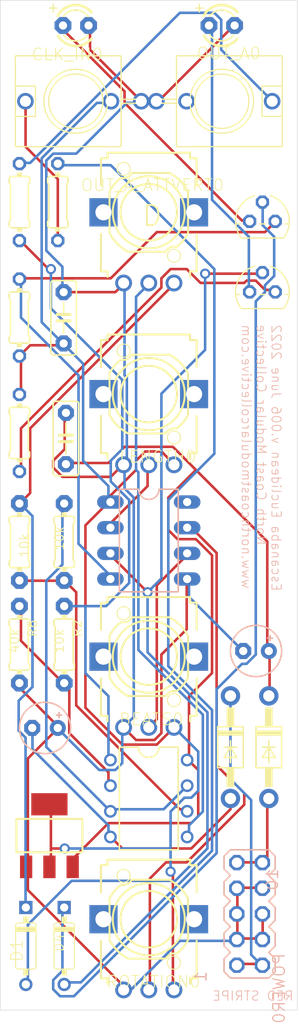
<source format=kicad_pcb>
(kicad_pcb (version 20221018) (generator pcbnew)
  (layers (0 "F.Cu" signal) (31 "B.Cu" signal) (34 "B.Paste" user) (35 "F.Paste" user) (36 "B.SilkS" user "B.Silkscreen") (37 "F.SilkS" user "F.Silkscreen") (38 "B.Mask" user) (39 "F.Mask" user) (44 "Edge.Cuts" user))
  (net 0 "")
  (net 1 "RESET")
  (net 2 "GND")
  (net 3 "+5V")
  (net 4 "CLK_IN")
  (net 5 "CLK_OUT")
  (net 6 "LENGTH")
  (net 7 "BEATS")
  (net 8 "ROTATION")
  (net 9 "N$1")
  (net 10 "N$4")
  (net 11 "N$6")
  (net 12 "N$2")
  (net 13 "V+")
  (net 14 "V-")
  (net 15 "N$11")
  (net 16 "N$13")
  (net 17 "N$17")
  (net 18 "N$18")
  (net 19 "CLK_IN1")
  (net 20 "N$7")
  (net 21 "N$3")
  (net 22 "N$5")
  (net 23 "OPAMPOUT")
  (net 24 "N$8")
  (net 25 "N$9")
  (footprint "Simple Euclidean PCB v4:EVUFXL" (layer "F.Cu") (at 148.5011 94.0036)
    (fp_text reference "LENGTH0")
    (fp_text value "B10k")
  )
  (footprint "Simple Euclidean PCB v4:DO35-7" (layer "F.Cu") (at 140.1011 148.6536 -90)
    (fp_text reference "D4")
    (fp_text value "" hide)
  )
  (footprint "Simple Euclidean PCB v4:0204_7" (layer "F.Cu") (at 140.1011 108.6486 -90)
    (fp_text reference "R8" hide)
    (fp_text value "10k")
  )
  (footprint "Simple Euclidean PCB v4:0204_7" (layer "F.Cu") (at 135.6561 118.8086 -90)
    (fp_text reference "R6")
    (fp_text value "40k")
  )
  (footprint "Simple Euclidean PCB v4:0204_7" (layer "F.Cu") (at 139.4661 74.9936 90)
    (fp_text reference "R3" hide)
    (fp_text value "100k")
  )
  (footprint "Simple Euclidean PCB v4:0204_7" (layer "F.Cu") (at 135.6561 86.4236 -90)
    (fp_text reference "R5" hide)
    (fp_text value "1k")
  )
  (footprint "Simple Euclidean PCB v4:0204_7" (layer "F.Cu") (at 135.6561 74.9936 90)
    (fp_text reference "R1" hide)
    (fp_text value "1k")
  )
  (footprint "Simple Euclidean PCB v4:SOT223" (layer "F.Cu") (at 138.632981 137.721438)
    (fp_text reference "U1" hide)
    (fp_text value "LD1117S50CTR")
  )
  (footprint "Simple Euclidean PCB v4:TO92" (layer "F.Cu") (at 159.7861 76.8986)
    (fp_text reference "T3" hide)
    (fp_text value "2N3904")
  )
  (footprint "Simple Euclidean PCB v4:DIL08-SML" (layer "F.Cu") (at 148.5011 134.0486 -90)
    (fp_text reference "U2" hide)
    (fp_text value "TL072")
  )
  (footprint "Simple Euclidean PCB v4:TO92" (layer "F.Cu") (at 159.7861 83.8836)
    (fp_text reference "T1" hide)
    (fp_text value "2N3904")
  )
  (footprint "Simple Euclidean PCB v4:C5B2.5" (layer "F.Cu") (at 140.045221 86.449 90)
    (fp_text reference "C5" hide)
    (fp_text value "10uF")
  )
  (footprint "Simple Euclidean PCB v4:DO41-10" (layer "F.Cu") (at 160.4211 128.9686 -90)
    (fp_text reference "D2" hide)
    (fp_text value "")
  )
  (footprint "Simple Euclidean PCB v4:LED3MM" (layer "F.Cu") (at 155.7511 57.5036)
    (fp_text reference "LED_OUTA0" hide)
    (fp_text value "")
  )
  (footprint "Simple Euclidean PCB v4:C5B2.5" (layer "F.Cu") (at 140.273818 98.402238 90)
    (fp_text reference "C4" hide)
    (fp_text value "10uF")
  )
  (footprint "Simple Euclidean PCB v4:WQP-PJ301M-12_JACK" (layer "F.Cu") (at 155.7511 65.0036 -90)
    (fp_text reference "OUT_A0")
    (fp_text value "WQP-PJ301M-12_JACK" hide)
  )
  (footprint "Simple Euclidean PCB v4:EVUFXL" (layer "F.Cu") (at 148.5011 76.0036)
    (fp_text reference "OUT_A_ATTVERT0")
    (fp_text value "B10k-Detented")
  )
  (footprint "Simple Euclidean PCB v4:0204_7" (layer "F.Cu") (at 140.1011 118.8086 -90)
    (fp_text reference "R2")
    (fp_text value "10k")
  )
  (footprint "Simple Euclidean PCB v4:EVUFXL" (layer "F.Cu") (at 148.5011 120.0036)
    (fp_text reference "BEATS0")
    (fp_text value "B10k")
  )
  (footprint "Simple Euclidean PCB v4:DO41-10" (layer "F.Cu") (at 156.6111 128.9686 -90)
    (fp_text reference "D3" hide)
    (fp_text value "")
  )
  (footprint "Simple Euclidean PCB v4:0204_7" (layer "F.Cu") (at 135.6561 97.8536 90)
    (fp_text reference "R4" hide)
    (fp_text value "1k")
  )
  (footprint "Simple Euclidean PCB v4:LED3MM" (layer "F.Cu") (at 141.2511 57.5036)
    (fp_text reference "LED_IN0" hide)
    (fp_text value "")
  )
  (footprint "Simple Euclidean PCB v4:DO35-7" (layer "F.Cu") (at 136.2911 148.6536 -90)
    (fp_text reference "D1")
    (fp_text value "" hide)
  )
  (footprint "Simple Euclidean PCB v4:EVUFXL" (layer "F.Cu") (at 148.5011 146.0036)
    (fp_text reference "ROTATION0")
    (fp_text value "B10k")
  )
  (footprint "Simple Euclidean PCB v4:WQP-PJ301M-12_JACK" (layer "F.Cu") (at 141.2511 65.0036 90)
    (fp_text reference "CLK_IN0")
    (fp_text value "WQP-PJ301M-12_JACK" hide)
  )
  (footprint "Simple Euclidean PCB v4:0204_7" (layer "F.Cu") (at 135.6561 108.6486 90)
    (fp_text reference "R9" hide)
    (fp_text value "10k")
  )
  (footprint "Simple Euclidean PCB v4:MA05-2" (layer "B.Cu") (at 158.5161 145.4786 90)
    (fp_text reference "POWER0")
    (fp_text value "")
  )
  (footprint "Simple Euclidean PCB v4:DIL08" (layer "B.Cu") (at 148.5011 108.5036 -90)
    (fp_text reference "IC1" hide)
    (fp_text value "ATTiny85")
  )
  (footprint "Simple Euclidean PCB v4:E2,5-5" (layer "B.Cu") (at 159.1511 119.4436 180)
    (fp_text reference "C2" hide)
    (fp_text value "22uF")
  )
  (footprint "Simple Euclidean PCB v4:E2,5-5" (layer "B.Cu") (at 138.1961 127.0636 180)
    (fp_text reference "C1" hide)
    (fp_text value "22uF")
  )
  (gr_line (start 163.2511 155.0036) (end 163.2511 55.0036) (stroke (width 0.05)) (layer "Edge.Cuts"))
  (gr_line (start 133.7511 155.0036) (end 163.2511 155.0036) (stroke (width 0.05)) (layer "Edge.Cuts"))
  (gr_line (start 163.2511 55.0036) (end 133.7511 55.0036) (stroke (width 0.05)) (layer "Edge.Cuts"))
  (gr_line (start 133.7511 55.0036) (end 133.7511 155.0036) (stroke (width 0.05)) (layer "Edge.Cuts"))
  (gr_text "RED STRIPE" (at 162.930618 154.14) (layer "B.SilkS") (effects (font (size 0.92 0.92) (thickness 0.08)) (justify left bottom mirror)))
  (gr_text "Escanaba Euclidean v.006 June 2022\nNorth Coast Modular Collective\nwww.northcoastmodularcollective.com" (at 161.6911 87.0586 -90) (layer "B.SilkS") (effects (font (size 0.92 0.92) (thickness 0.08)) (justify right top mirror)))
  (gr_text "D" (at 147.7211 77.5336) (layer "F.SilkS") (effects (font (size 2.009648 2.009648) (thickness 0.174752)) (justify left bottom)))
  (segment (start 159.5829 142.8878) (end 157.2969 142.8878) (width 0.254) (layer "F.Cu") (net 2))
  (segment (start 139.4661 127.1144) (end 136.4943 130.0862) (width 0.254) (layer "F.Cu") (net 2))
  (segment (start 140.1519 99.4538) (end 140.1519 96.0248) (width 0.254) (layer "F.Cu") (net 2))
  (segment (start 146.0955 127.1144) (end 146.0011 127.0036) (width 0.254) (layer "F.Cu") (net 2))
  (segment (start 139.4661 126.8858) (end 139.4661 127.0636) (width 0.254) (layer "F.Cu") (net 2))
  (segment (start 144.7239 102.197) (end 139.9233 102.197) (width 0.254) (layer "F.Cu") (net 2))
  (segment (start 145.8669 83.2232) (end 146.0011 83.0036) (width 0.254) (layer "F.Cu") (net 2))
  (segment (start 147.6957 64.9352) (end 142.6665 59.906) (width 0.254) (layer "F.Cu") (net 2))
  (segment (start 157.2969 147.917) (end 157.2461 148.0186) (width 0.254) (layer "F.Cu") (net 2))
  (segment (start 149.2959 65.1638) (end 156.8397 57.62) (width 0.254) (layer "F.Cu") (net 2))
  (segment (start 142.6665 57.62) (end 142.5211 57.5036) (width 0.254) (layer "F.Cu") (net 2))
  (segment (start 145.8669 101.054) (end 146.0011 101.0036) (width 0.254) (layer "F.Cu") (net 2))
  (segment (start 152.2677 112.484) (end 152.3111 112.3136) (width 0.254) (layer "F.Cu") (net 2))
  (segment (start 136.4943 140.8304) (end 136.321581 140.820238) (width 0.254) (layer "F.Cu") (net 2))
  (segment (start 149.2959 65.1638) (end 149.2511 65.0036) (width 0.254) (layer "F.Cu") (net 2))
  (segment (start 159.8115 147.917) (end 159.7861 148.0186) (width 0.254) (layer "F.Cu") (net 2))
  (segment (start 140.1519 96.0248) (end 140.273818 95.862238) (width 0.254) (layer "F.Cu") (net 2))
  (segment (start 135.8085 122.771) (end 135.6561 122.6186) (width 0.254) (layer "F.Cu") (net 2))
  (segment (start 136.4943 143.1164) (end 145.8669 152.489) (width 0.254) (layer "F.Cu") (net 2))
  (segment (start 139.0089 101.2826) (end 139.0089 100.5968) (width 0.254) (layer "F.Cu") (net 2))
  (segment (start 145.8669 152.489) (end 145.8669 152.9462) (width 0.254) (layer "F.Cu") (net 2))
  (segment (start 157.2969 145.631) (end 157.2969 147.917) (width 0.254) (layer "F.Cu") (net 2))
  (segment (start 139.4661 127.1144) (end 139.4661 127.0636) (width 0.254) (layer "F.Cu") (net 2))
  (segment (start 146.0955 127.1144) (end 147.2385 128.2574) (width 0.254) (layer "F.Cu") (net 2))
  (segment (start 149.7531 119.7992) (end 152.2677 117.2846) (width 0.254) (layer "F.Cu") (net 2))
  (segment (start 145.8669 101.054) (end 144.7239 102.197) (width 0.254) (layer "F.Cu") (net 2))
  (segment (start 145.1811 83.909) (end 140.045221 83.909) (width 0.254) (layer "F.Cu") (net 2))
  (segment (start 157.2969 145.4024) (end 157.2461 145.4786) (width 0.254) (layer "F.Cu") (net 2))
  (segment (start 136.4943 140.8304) (end 136.4943 143.1164) (width 0.254) (layer "F.Cu") (net 2))
  (segment (start 149.0673 64.9352) (end 149.2511 65.0036) (width 0.254) (layer "F.Cu") (net 2))
  (segment (start 142.6665 59.906) (end 142.6665 57.62) (width 0.254) (layer "F.Cu") (net 2))
  (segment (start 157.2969 145.631) (end 157.2461 145.4786) (width 0.254) (layer "F.Cu") (net 2))
  (segment (start 145.8669 152.9462) (end 146.0011 153.0036) (width 0.254) (layer "F.Cu") (net 2))
  (segment (start 139.4661 126.8858) (end 135.8085 123.2282) (width 0.254) (layer "F.Cu") (net 2))
  (segment (start 145.8669 83.2232) (end 145.1811 83.909) (width 0.254) (layer "F.Cu") (net 2))
  (segment (start 159.8115 145.631) (end 159.7861 145.4786) (width 0.254) (layer "F.Cu") (net 2))
  (segment (start 147.9243 64.9352) (end 147.7511 65.0036) (width 0.254) (layer "F.Cu") (net 2))
  (segment (start 139.0089 100.5968) (end 140.1519 99.4538) (width 0.254) (layer "F.Cu") (net 2))
  (segment (start 136.4943 130.0862) (end 136.4943 140.6018) (width 0.254) (layer "F.Cu") (net 2))
  (segment (start 157.2969 145.4024) (end 157.2969 143.1164) (width 0.254) (layer "F.Cu") (net 2))
  (segment (start 159.5829 142.8878) (end 159.7861 142.9386) (width 0.254) (layer "F.Cu") (net 2))
  (segment (start 139.9233 102.197) (end 139.0089 101.2826) (width 0.254) (layer "F.Cu") (net 2))
  (segment (start 135.8085 123.2282) (end 135.8085 122.771) (width 0.254) (layer "F.Cu") (net 2))
  (segment (start 157.2969 147.917) (end 159.5829 147.917) (width 0.254) (layer "F.Cu") (net 2))
  (segment (start 149.7531 127.5716) (end 149.7531 119.7992) (width 0.254) (layer "F.Cu") (net 2))
  (segment (start 149.0673 64.9352) (end 147.9243 64.9352) (width 0.254) (layer "F.Cu") (net 2))
  (segment (start 157.2969 143.1164) (end 157.2461 142.9386) (width 0.254) (layer "F.Cu") (net 2))
  (segment (start 159.5829 147.917) (end 159.7861 148.0186) (width 0.254) (layer "F.Cu") (net 2))
  (segment (start 156.8397 57.62) (end 157.0211 57.5036) (width 0.254) (layer "F.Cu") (net 2))
  (segment (start 149.0673 128.2574) (end 149.7531 127.5716) (width 0.254) (layer "F.Cu") (net 2))
  (segment (start 136.4943 140.6018) (end 136.321581 140.820238) (width 0.254) (layer "F.Cu") (net 2))
  (segment (start 159.8115 145.631) (end 159.8115 147.917) (width 0.254) (layer "F.Cu") (net 2))
  (segment (start 152.2677 117.2846) (end 152.2677 112.484) (width 0.254) (layer "F.Cu") (net 2))
  (segment (start 157.2969 142.8878) (end 157.2461 142.9386) (width 0.254) (layer "F.Cu") (net 2))
  (segment (start 147.6957 64.9352) (end 147.7511 65.0036) (width 0.254) (layer "F.Cu") (net 2))
  (segment (start 147.2385 128.2574) (end 149.0673 128.2574) (width 0.254) (layer "F.Cu") (net 2))
  (segment (start 157.0683 148.1456) (end 157.2461 148.0186) (width 0.254) (layer "B.Cu") (net 2))
  (segment (start 157.7541 119.342) (end 152.4963 114.0842) (width 0.254) (layer "B.Cu") (net 2))
  (segment (start 145.1811 131.2292) (end 145.8669 130.5434) (width 0.254) (layer "B.Cu") (net 2))
  (segment (start 146.0955 126.8858) (end 147.0099 125.9714) (width 0.254) (layer "B.Cu") (net 2))
  (segment (start 152.4963 112.484) (end 152.3111 112.3136) (width 0.254) (layer "B.Cu") (net 2))
  (segment (start 139.0089 70.193) (end 141.2949 70.193) (width 0.254) (layer "B.Cu") (net 2))
  (segment (start 146.0955 101.054) (end 146.0011 101.0036) (width 0.254) (layer "B.Cu") (net 2))
  (segment (start 152.4963 114.0842) (end 152.4963 112.484) (width 0.254) (layer "B.Cu") (net 2))
  (segment (start 145.8669 127.1144) (end 146.0011 127.0036) (width 0.254) (layer "B.Cu") (net 2))
  (segment (start 147.0099 104.2544) (end 146.0955 103.34) (width 0.254) (layer "B.Cu") (net 2))
  (segment (start 143.5809 131.2292) (end 145.1811 131.2292) (width 0.254) (layer "B.Cu") (net 2))
  (segment (start 146.3241 92.3672) (end 146.0955 92.1386) (width 0.254) (layer "B.Cu") (net 2))
  (segment (start 146.3241 65.1638) (end 147.6957 65.1638) (width 0.254) (layer "B.Cu") (net 2))
  (segment (start 157.7541 119.342) (end 157.8811 119.4436) (width 0.254) (layer "B.Cu") (net 2))
  (segment (start 146.7813 152.9462) (end 146.0955 152.9462) (width 0.254) (layer "B.Cu") (net 2))
  (segment (start 146.0955 103.34) (end 146.0955 101.054) (width 0.254) (layer "B.Cu") (net 2))
  (segment (start 147.6957 65.1638) (end 147.7511 65.0036) (width 0.254) (layer "B.Cu") (net 2))
  (segment (start 146.0955 100.8254) (end 146.3241 100.5968) (width 0.254) (layer "B.Cu") (net 2))
  (segment (start 146.0955 83.2232) (end 146.0011 83.0036) (width 0.254) (layer "B.Cu") (net 2))
  (segment (start 146.0955 152.9462) (end 146.0011 153.0036) (width 0.254) (layer "B.Cu") (net 2))
  (segment (start 139.9233 81.3944) (end 138.3231 79.7942) (width 0.254) (layer "B.Cu") (net 2))
  (segment (start 139.4661 127.1144) (end 139.4661 127.0636) (width 0.254) (layer "B.Cu") (net 2))
  (segment (start 147.0099 125.9714) (end 147.0099 104.2544) (width 0.254) (layer "B.Cu") (net 2))
  (segment (start 139.4661 127.1144) (end 143.5809 131.2292) (width 0.254) (layer "B.Cu") (net 2))
  (segment (start 157.0683 148.1456) (end 151.5819 148.1456) (width 0.254) (layer "B.Cu") (net 2))
  (segment (start 146.0955 126.8858) (end 146.0011 127.0036) (width 0.254) (layer "B.Cu") (net 2))
  (segment (start 139.9233 83.909) (end 139.9233 81.3944) (width 0.254) (layer "B.Cu") (net 2))
  (segment (start 145.8669 130.5434) (end 145.8669 127.1144) (width 0.254) (layer "B.Cu") (net 2))
  (segment (start 138.3231 70.8788) (end 139.0089 70.193) (width 0.254) (layer "B.Cu") (net 2))
  (segment (start 138.3231 79.7942) (end 138.3231 70.8788) (width 0.254) (layer "B.Cu") (net 2))
  (segment (start 151.5819 148.1456) (end 146.7813 152.9462) (width 0.254) (layer "B.Cu") (net 2))
  (segment (start 146.0955 100.8254) (end 146.0011 101.0036) (width 0.254) (layer "B.Cu") (net 2))
  (segment (start 146.0955 92.1386) (end 146.0955 83.2232) (width 0.254) (layer "B.Cu") (net 2))
  (segment (start 146.3241 100.5968) (end 146.3241 92.3672) (width 0.254) (layer "B.Cu") (net 2))
  (segment (start 139.9233 83.909) (end 140.045221 83.909) (width 0.254) (layer "B.Cu") (net 2))
  (segment (start 141.2949 70.193) (end 146.3241 65.1638) (width 0.254) (layer "B.Cu") (net 2))
  (segment (start 135.8085 90.3098) (end 135.8085 93.9674) (width 0.254) (layer "F.Cu") (net 3))
  (segment (start 135.6561 90.2336) (end 136.7229 89.1668) (width 0.254) (layer "F.Cu") (net 3))
  (segment (start 149.7531 99.6824) (end 148.1529 99.6824) (width 0.254) (layer "F.Cu") (net 3))
  (segment (start 150.8961 152.9462) (end 151.0011 153.0036) (width 0.254) (layer "F.Cu") (net 3))
  (segment (start 147.2385 100.5968) (end 147.2385 101.5112) (width 0.254) (layer "F.Cu") (net 3))
  (segment (start 150.6675 141.2876) (end 150.8961 141.5162) (width 0.254) (layer "F.Cu") (net 3))
  (segment (start 147.2385 101.5112) (end 144.7239 104.0258) (width 0.254) (layer "F.Cu") (net 3))
  (segment (start 136.7229 89.1668) (end 139.9233 89.1668) (width 0.254) (layer "F.Cu") (net 3))
  (segment (start 142.2093 125.057) (end 145.8669 128.7146) (width 0.254) (layer "F.Cu") (net 3))
  (segment (start 150.8961 141.5162) (end 150.8961 152.9462) (width 0.254) (layer "F.Cu") (net 3))
  (segment (start 135.8085 93.9674) (end 135.6561 94.0436) (width 0.254) (layer "F.Cu") (net 3))
  (segment (start 144.4953 104.7116) (end 142.2093 106.9976) (width 0.254) (layer "F.Cu") (net 3))
  (segment (start 142.2093 106.9976) (end 142.2093 125.057) (width 0.254) (layer "F.Cu") (net 3))
  (segment (start 138.7803 139.0016) (end 138.7803 140.6018) (width 0.254) (layer "F.Cu") (net 3))
  (segment (start 150.8961 100.8254) (end 151.0011 101.0036) (width 0.254) (layer "F.Cu") (net 3))
  (segment (start 139.9233 89.1668) (end 140.045221 88.989) (width 0.254) (layer "F.Cu") (net 3))
  (segment (start 149.2959 128.7146) (end 150.8961 127.1144) (width 0.254) (layer "F.Cu") (net 3))
  (segment (start 138.7803 134.6582) (end 138.632981 134.622438) (width 0.254) (layer "F.Cu") (net 3))
  (segment (start 140.1519 139.0016) (end 138.7803 139.0016) (width 0.254) (layer "F.Cu") (net 3))
  (segment (start 150.8961 100.8254) (end 149.7531 99.6824) (width 0.254) (layer "F.Cu") (net 3))
  (segment (start 135.8085 90.3098) (end 135.6561 90.2336) (width 0.254) (layer "F.Cu") (net 3))
  (segment (start 144.4953 104.7116) (end 144.6911 104.6936) (width 0.254) (layer "F.Cu") (net 3))
  (segment (start 145.8669 128.7146) (end 149.2959 128.7146) (width 0.254) (layer "F.Cu") (net 3))
  (segment (start 138.7803 134.6582) (end 138.7803 139.0016) (width 0.254) (layer "F.Cu") (net 3))
  (segment (start 144.7239 104.0258) (end 144.7239 104.483) (width 0.254) (layer "F.Cu") (net 3))
  (segment (start 148.1529 99.6824) (end 147.2385 100.5968) (width 0.254) (layer "F.Cu") (net 3))
  (segment (start 138.7803 140.6018) (end 138.632981 140.820238) (width 0.254) (layer "F.Cu") (net 3))
  (segment (start 144.7239 104.483) (end 144.6911 104.6936) (width 0.254) (layer "F.Cu") (net 3))
  (segment (start 150.8961 127.1144) (end 151.0011 127.0036) (width 0.254) (layer "F.Cu") (net 3))
  (via (at 150.6675 141.2876) (size 1.016) (drill 0.6096) (layers "F.Cu" "B.Cu") (net 3))
  (via (at 140.1519 139.0016) (size 1.016) (drill 0.6096) (layers "F.Cu" "B.Cu") (net 3))
  (segment (start 141.9807 100.5968) (end 144.4953 103.1114) (width 0.254) (layer "B.Cu") (net 3))
  (segment (start 144.4953 103.1114) (end 144.4953 104.483) (width 0.254) (layer "B.Cu") (net 3))
  (segment (start 140.1519 89.1668) (end 140.045221 88.989) (width 0.254) (layer "B.Cu") (net 3))
  (segment (start 151.1247 127.1144) (end 153.4107 129.4004) (width 0.254) (layer "B.Cu") (net 3))
  (segment (start 140.1519 89.1668) (end 141.9807 90.9956) (width 0.254) (layer "B.Cu") (net 3))
  (segment (start 150.6675 135.344) (end 150.6675 139.0016) (width 0.254) (layer "B.Cu") (net 3))
  (segment (start 153.4107 133.2866) (end 152.7249 133.9724) (width 0.254) (layer "B.Cu") (net 3))
  (segment (start 151.1247 127.1144) (end 151.0011 127.0036) (width 0.254) (layer "B.Cu") (net 3))
  (segment (start 139.9233 88.9382) (end 140.045221 88.989) (width 0.254) (layer "B.Cu") (net 3))
  (segment (start 152.7249 133.9724) (end 152.0391 133.9724) (width 0.254) (layer "B.Cu") (net 3))
  (segment (start 153.4107 129.4004) (end 153.4107 133.2866) (width 0.254) (layer "B.Cu") (net 3))
  (segment (start 152.0391 133.9724) (end 150.6675 135.344) (width 0.254) (layer "B.Cu") (net 3))
  (segment (start 150.6675 139.0016) (end 140.1519 139.0016) (width 0.254) (layer "B.Cu") (net 3))
  (segment (start 143.3523 65.1638) (end 144.7239 65.1638) (width 0.254) (layer "B.Cu") (net 3))
  (segment (start 137.8659 70.6502) (end 143.3523 65.1638) (width 0.254) (layer "B.Cu") (net 3))
  (segment (start 150.6675 139.0016) (end 150.6675 141.2876) (width 0.254) (layer "B.Cu") (net 3))
  (segment (start 144.7239 65.1638) (end 144.7511 65.0036) (width 0.254) (layer "B.Cu") (net 3))
  (segment (start 139.9233 88.9382) (end 137.8659 86.8808) (width 0.254) (layer "B.Cu") (net 3))
  (segment (start 137.8659 86.8808) (end 137.8659 70.6502) (width 0.254) (layer "B.Cu") (net 3))
  (segment (start 141.9807 90.9956) (end 141.9807 100.5968) (width 0.254) (layer "B.Cu") (net 3))
  (segment (start 144.4953 104.483) (end 144.6911 104.6936) (width 0.254) (layer "B.Cu") (net 3))
  (segment (start 149.2959 77.9654) (end 144.7239 82.5374) (width 0.254) (layer "F.Cu") (net 4))
  (segment (start 160.0401 77.9654) (end 149.2959 77.9654) (width 0.254) (layer "F.Cu") (net 4))
  (segment (start 160.9545 77.051) (end 161.0561 76.8986) (width 0.254) (layer "F.Cu") (net 4))
  (segment (start 144.7239 82.5374) (end 135.8085 82.5374) (width 0.254) (layer "F.Cu") (net 4))
  (segment (start 160.9545 77.051) (end 160.0401 77.9654) (width 0.254) (layer "F.Cu") (net 4))
  (segment (start 135.8085 82.5374) (end 135.6561 82.6136) (width 0.254) (layer "F.Cu") (net 4))
  (segment (start 135.8085 82.766) (end 135.8085 86.4236) (width 0.254) (layer "B.Cu") (net 4))
  (segment (start 135.8085 82.766) (end 135.6561 82.6136) (width 0.254) (layer "B.Cu") (net 4))
  (segment (start 144.4953 111.7982) (end 144.4953 112.2554) (width 0.254) (layer "B.Cu") (net 4))
  (segment (start 141.5235 108.8264) (end 144.4953 111.7982) (width 0.254) (layer "B.Cu") (net 4))
  (segment (start 135.8085 86.4236) (end 141.5235 92.1386) (width 0.254) (layer "B.Cu") (net 4))
  (segment (start 144.4953 112.2554) (end 144.6911 112.3136) (width 0.254) (layer "B.Cu") (net 4))
  (segment (start 141.5235 92.1386) (end 141.5235 108.8264) (width 0.254) (layer "B.Cu") (net 4))
  (segment (start 144.7239 109.9694) (end 144.6911 109.7736) (width 0.254) (layer "F.Cu") (net 5))
  (segment (start 154.0965 82.0802) (end 159.5829 82.0802) (width 0.254) (layer "F.Cu") (net 5))
  (segment (start 159.5829 82.0802) (end 159.7861 81.9786) (width 0.254) (layer "F.Cu") (net 5))
  (segment (start 144.7239 109.9694) (end 148.3815 113.627) (width 0.254) (layer "F.Cu") (net 5))
  (via (at 154.0965 82.0802) (size 1.016) (drill 0.6096) (layers "F.Cu" "B.Cu") (net 5))
  (via (at 148.3815 113.627) (size 1.016) (drill 0.6096) (layers "F.Cu" "B.Cu") (net 5))
  (segment (start 140.8377 142.202) (end 136.4943 146.5454) (width 0.254) (layer "B.Cu") (net 5))
  (segment (start 154.0965 89.624) (end 154.0965 82.0802) (width 0.254) (layer "B.Cu") (net 5))
  (segment (start 151.1247 142.202) (end 140.8377 142.202) (width 0.254) (layer "B.Cu") (net 5))
  (segment (start 148.3815 113.627) (end 149.7531 112.2554) (width 0.254) (layer "B.Cu") (net 5))
  (segment (start 149.7531 93.9674) (end 154.0965 89.624) (width 0.254) (layer "B.Cu") (net 5))
  (segment (start 148.3815 119.5706) (end 154.3251 125.5142) (width 0.254) (layer "B.Cu") (net 5))
  (segment (start 148.3815 113.627) (end 148.3815 119.5706) (width 0.254) (layer "B.Cu") (net 5))
  (segment (start 149.7531 112.2554) (end 149.7531 93.9674) (width 0.254) (layer "B.Cu") (net 5))
  (segment (start 154.3251 139.0016) (end 151.1247 142.202) (width 0.254) (layer "B.Cu") (net 5))
  (segment (start 154.3251 125.5142) (end 154.3251 139.0016) (width 0.254) (layer "B.Cu") (net 5))
  (segment (start 136.4943 146.5454) (end 136.4943 152.2604) (width 0.254) (layer "B.Cu") (net 5))
  (segment (start 136.4943 152.2604) (end 136.2911 152.4636) (width 0.254) (layer "B.Cu") (net 5))
  (segment (start 148.3815 101.054) (end 148.5011 101.0036) (width 0.254) (layer "F.Cu") (net 6))
  (segment (start 148.3815 101.054) (end 148.3815 103.1114) (width 0.254) (layer "F.Cu") (net 6))
  (segment (start 144.7239 106.769) (end 144.7239 107.2262) (width 0.254) (layer "F.Cu") (net 6))
  (segment (start 144.7239 107.2262) (end 144.6911 107.2336) (width 0.254) (layer "F.Cu") (net 6))
  (segment (start 148.3815 103.1114) (end 144.7239 106.769) (width 0.254) (layer "F.Cu") (net 6))
  (segment (start 149.2959 126.2) (end 149.2959 112.9412) (width 0.254) (layer "F.Cu") (net 7))
  (segment (start 148.6101 126.8858) (end 148.5011 127.0036) (width 0.254) (layer "F.Cu") (net 7))
  (segment (start 152.2677 109.9694) (end 152.3111 109.7736) (width 0.254) (layer "F.Cu") (net 7))
  (segment (start 148.6101 126.8858) (end 149.2959 126.2) (width 0.254) (layer "F.Cu") (net 7))
  (segment (start 149.2959 112.9412) (end 152.2677 109.9694) (width 0.254) (layer "F.Cu") (net 7))
  (segment (start 157.9827 133.5152) (end 155.2395 130.772) (width 0.254) (layer "F.Cu") (net 8))
  (segment (start 152.9535 107.4548) (end 152.4963 107.4548) (width 0.254) (layer "F.Cu") (net 8))
  (segment (start 148.6101 141.9734) (end 150.2103 140.3732) (width 0.254) (layer "F.Cu") (net 8))
  (segment (start 152.4963 107.4548) (end 152.3111 107.2336) (width 0.254) (layer "F.Cu") (net 8))
  (segment (start 148.6101 152.9462) (end 148.6101 141.9734) (width 0.254) (layer "F.Cu") (net 8))
  (segment (start 148.6101 152.9462) (end 148.5011 153.0036) (width 0.254) (layer "F.Cu") (net 8))
  (segment (start 155.2395 109.7408) (end 152.9535 107.4548) (width 0.254) (layer "F.Cu") (net 8))
  (segment (start 150.2103 140.3732) (end 152.2677 140.3732) (width 0.254) (layer "F.Cu") (net 8))
  (segment (start 157.9827 134.6582) (end 157.9827 133.5152) (width 0.254) (layer "F.Cu") (net 8))
  (segment (start 155.2395 130.772) (end 155.2395 109.7408) (width 0.254) (layer "F.Cu") (net 8))
  (segment (start 152.2677 140.3732) (end 157.9827 134.6582) (width 0.254) (layer "F.Cu") (net 8))
  (segment (start 136.2657 69.5072) (end 139.4661 72.7076) (width 0.254) (layer "F.Cu") (net 9))
  (segment (start 139.4661 72.7076) (end 139.4661 78.8036) (width 0.254) (layer "F.Cu") (net 9))
  (segment (start 136.2657 65.1638) (end 136.2511 65.0036) (width 0.254) (layer "F.Cu") (net 9))
  (segment (start 136.2657 65.1638) (end 136.2657 69.5072) (width 0.254) (layer "F.Cu") (net 9))
  (segment (start 155.2395 123.2282) (end 155.2395 139.4588) (width 0.254) (layer "B.Cu") (net 10))
  (segment (start 139.0089 152.0318) (end 139.9233 151.1174) (width 0.254) (layer "B.Cu") (net 10))
  (segment (start 159.8115 74.9936) (end 159.7861 74.9936) (width 0.254) (layer "B.Cu") (net 10))
  (segment (start 159.1257 119.7992) (end 158.2113 120.7136) (width 0.254) (layer "B.Cu") (net 10))
  (segment (start 159.1257 84.8234) (end 159.1257 119.7992) (width 0.254) (layer "B.Cu") (net 10))
  (segment (start 159.8115 74.9936) (end 159.8115 77.2796) (width 0.254) (layer "B.Cu") (net 10))
  (segment (start 139.0089 152.9462) (end 139.0089 152.0318) (width 0.254) (layer "B.Cu") (net 10))
  (segment (start 157.7541 120.7136) (end 155.2395 123.2282) (width 0.254) (layer "B.Cu") (net 10))
  (segment (start 139.9233 144.9452) (end 140.1011 144.8436) (width 0.254) (layer "B.Cu") (net 10))
  (segment (start 160.9545 82.3088) (end 160.0401 83.2232) (width 0.254) (layer "B.Cu") (net 10))
  (segment (start 159.8115 77.2796) (end 160.9545 78.4226) (width 0.254) (layer "B.Cu") (net 10))
  (segment (start 160.0401 83.2232) (end 160.0401 83.909) (width 0.254) (layer "B.Cu") (net 10))
  (segment (start 155.2395 139.4588) (end 141.0663 153.632) (width 0.254) (layer "B.Cu") (net 10))
  (segment (start 139.6947 153.632) (end 139.0089 152.9462) (width 0.254) (layer "B.Cu") (net 10))
  (segment (start 139.9233 151.1174) (end 139.9233 144.9452) (width 0.254) (layer "B.Cu") (net 10))
  (segment (start 160.9545 78.4226) (end 160.9545 82.3088) (width 0.254) (layer "B.Cu") (net 10))
  (segment (start 141.0663 153.632) (end 139.6947 153.632) (width 0.254) (layer "B.Cu") (net 10))
  (segment (start 158.2113 120.7136) (end 157.7541 120.7136) (width 0.254) (layer "B.Cu") (net 10))
  (segment (start 160.0401 83.909) (end 159.1257 84.8234) (width 0.254) (layer "B.Cu") (net 10))
  (segment (start 140.1519 57.62) (end 140.1519 58.0772) (width 0.254) (layer "F.Cu") (net 11))
  (segment (start 146.0955 64.0208) (end 146.0955 65.1638) (width 0.254) (layer "F.Cu") (net 11))
  (segment (start 140.1519 58.0772) (end 146.0955 64.0208) (width 0.254) (layer "F.Cu") (net 11))
  (segment (start 140.1519 57.62) (end 139.9811 57.5036) (width 0.254) (layer "F.Cu") (net 11))
  (segment (start 146.0955 65.1638) (end 157.7541 76.8224) (width 0.254) (layer "F.Cu") (net 11))
  (segment (start 157.7541 76.8224) (end 158.4399 76.8224) (width 0.254) (layer "F.Cu") (net 11))
  (segment (start 158.4399 76.8224) (end 158.5161 76.8986) (width 0.254) (layer "F.Cu") (net 11))
  (segment (start 135.8085 71.1074) (end 135.6561 71.1836) (width 0.254) (layer "B.Cu") (net 12))
  (segment (start 151.5819 56.2484) (end 136.7229 71.1074) (width 0.254) (layer "B.Cu") (net 12))
  (segment (start 155.6967 56.9342) (end 155.0109 56.2484) (width 0.254) (layer "B.Cu") (net 12))
  (segment (start 155.0109 56.2484) (end 151.5819 56.2484) (width 0.254) (layer "B.Cu") (net 12))
  (segment (start 155.6967 59.906) (end 155.6967 56.9342) (width 0.254) (layer "B.Cu") (net 12))
  (segment (start 160.7259 64.9352) (end 155.6967 59.906) (width 0.254) (layer "B.Cu") (net 12))
  (segment (start 136.7229 71.1074) (end 135.8085 71.1074) (width 0.254) (layer "B.Cu") (net 12))
  (segment (start 160.7259 64.9352) (end 160.7511 65.0036) (width 0.254) (layer "B.Cu") (net 12))
  (segment (start 152.4963 123.914) (end 152.4963 130.0862) (width 0.254) (layer "F.Cu") (net 13))
  (segment (start 152.7249 136.487) (end 144.4953 136.487) (width 0.254) (layer "F.Cu") (net 13))
  (segment (start 150.4389 104.2544) (end 150.4389 107.4548) (width 0.254) (layer "F.Cu") (net 13))
  (segment (start 154.7823 121.628) (end 152.4963 123.914) (width 0.254) (layer "F.Cu") (net 13))
  (segment (start 153.1821 101.5112) (end 150.4389 104.2544) (width 0.254) (layer "F.Cu") (net 13))
  (segment (start 144.4953 100.8254) (end 140.3805 100.8254) (width 0.254) (layer "F.Cu") (net 13))
  (segment (start 160.2687 119.342) (end 160.2687 108.5978) (width 0.254) (layer "F.Cu") (net 13))
  (segment (start 150.4389 107.4548) (end 151.3533 108.3692) (width 0.254) (layer "F.Cu") (net 13))
  (segment (start 160.4973 119.5706) (end 160.4973 123.6854) (width 0.254) (layer "F.Cu") (net 13))
  (segment (start 153.1821 108.3692) (end 154.7823 109.9694) (width 0.254) (layer "F.Cu") (net 13))
  (segment (start 160.4973 123.6854) (end 160.4211 123.8886) (width 0.254) (layer "F.Cu") (net 13))
  (segment (start 140.3805 100.8254) (end 140.273818 100.942238) (width 0.254) (layer "F.Cu") (net 13))
  (segment (start 160.2687 108.5978) (end 153.1821 101.5112) (width 0.254) (layer "F.Cu") (net 13))
  (segment (start 160.2687 119.342) (end 160.4211 119.4436) (width 0.254) (layer "F.Cu") (net 13))
  (segment (start 141.0663 139.916) (end 141.0663 140.6018) (width 0.254) (layer "F.Cu") (net 13))
  (segment (start 153.1821 101.5112) (end 150.8961 99.2252) (width 0.254) (layer "F.Cu") (net 13))
  (segment (start 150.8961 99.2252) (end 146.0955 99.2252) (width 0.254) (layer "F.Cu") (net 13))
  (segment (start 152.4963 130.3148) (end 152.3111 130.2386) (width 0.254) (layer "F.Cu") (net 13))
  (segment (start 160.4973 119.5706) (end 160.4211 119.4436) (width 0.254) (layer "F.Cu") (net 13))
  (segment (start 144.4953 136.487) (end 141.0663 139.916) (width 0.254) (layer "F.Cu") (net 13))
  (segment (start 141.0663 140.6018) (end 140.944381 140.820238) (width 0.254) (layer "F.Cu") (net 13))
  (segment (start 153.4107 135.8012) (end 152.7249 136.487) (width 0.254) (layer "F.Cu") (net 13))
  (segment (start 146.0955 99.2252) (end 144.4953 100.8254) (width 0.254) (layer "F.Cu") (net 13))
  (segment (start 154.7823 109.9694) (end 154.7823 121.628) (width 0.254) (layer "F.Cu") (net 13))
  (segment (start 152.4963 130.0862) (end 152.3111 130.2386) (width 0.254) (layer "F.Cu") (net 13))
  (segment (start 153.4107 131.2292) (end 153.4107 135.8012) (width 0.254) (layer "F.Cu") (net 13))
  (segment (start 151.3533 108.3692) (end 153.1821 108.3692) (width 0.254) (layer "F.Cu") (net 13))
  (segment (start 152.4963 130.3148) (end 153.4107 131.2292) (width 0.254) (layer "F.Cu") (net 13))
  (segment (start 145.8669 139.0016) (end 152.7249 139.0016) (width 0.254) (layer "F.Cu") (net 14))
  (segment (start 144.7239 137.8586) (end 145.8669 139.0016) (width 0.254) (layer "F.Cu") (net 14))
  (segment (start 152.7249 139.0016) (end 156.6111 135.1154) (width 0.254) (layer "F.Cu") (net 14))
  (segment (start 156.6111 135.1154) (end 156.6111 134.0486) (width 0.254) (layer "F.Cu") (net 14))
  (segment (start 144.7239 137.8586) (end 144.6911 137.8586) (width 0.254) (layer "F.Cu") (net 14))
  (segment (start 136.9515 127.1144) (end 136.9515 129.1718) (width 0.254) (layer "B.Cu") (net 14))
  (segment (start 144.4953 136.7156) (end 144.4953 137.8586) (width 0.254) (layer "B.Cu") (net 14))
  (segment (start 136.9515 129.1718) (end 144.4953 136.7156) (width 0.254) (layer "B.Cu") (net 14))
  (segment (start 136.9515 127.1144) (end 136.9261 127.0636) (width 0.254) (layer "B.Cu") (net 14))
  (segment (start 144.4953 137.8586) (end 144.6911 137.8586) (width 0.254) (layer "B.Cu") (net 14))
  (segment (start 153.8679 135.344) (end 152.4963 136.7156) (width 0.254) (layer "B.Cu") (net 15))
  (segment (start 148.3815 83.2232) (end 147.2385 84.3662) (width 0.254) (layer "B.Cu") (net 15))
  (segment (start 152.4963 137.8586) (end 152.3111 137.8586) (width 0.254) (layer "B.Cu") (net 15))
  (segment (start 153.8679 125.7428) (end 153.8679 135.344) (width 0.254) (layer "B.Cu") (net 15))
  (segment (start 147.4671 101.7398) (end 147.4671 119.342) (width 0.254) (layer "B.Cu") (net 15))
  (segment (start 147.4671 119.342) (end 153.8679 125.7428) (width 0.254) (layer "B.Cu") (net 15))
  (segment (start 152.4963 136.7156) (end 152.4963 137.8586) (width 0.254) (layer "B.Cu") (net 15))
  (segment (start 148.3815 83.2232) (end 148.5011 83.0036) (width 0.254) (layer "B.Cu") (net 15))
  (segment (start 147.2385 84.3662) (end 147.2385 101.5112) (width 0.254) (layer "B.Cu") (net 15))
  (segment (start 147.2385 101.5112) (end 147.4671 101.7398) (width 0.254) (layer "B.Cu") (net 15))
  (segment (start 151.5819 135.1154) (end 152.2677 135.1154) (width 0.254) (layer "F.Cu") (net 16))
  (segment (start 141.2949 124.8284) (end 151.5819 135.1154) (width 0.254) (layer "F.Cu") (net 16))
  (segment (start 139.9233 112.484) (end 135.8085 112.484) (width 0.254) (layer "F.Cu") (net 16))
  (segment (start 139.9233 112.484) (end 140.1011 112.4586) (width 0.254) (layer "F.Cu") (net 16))
  (segment (start 135.8085 112.484) (end 135.6561 112.4586) (width 0.254) (layer "F.Cu") (net 16))
  (segment (start 140.1519 112.484) (end 140.1011 112.4586) (width 0.254) (layer "F.Cu") (net 16))
  (segment (start 152.2677 135.1154) (end 152.3111 135.3186) (width 0.254) (layer "F.Cu") (net 16))
  (segment (start 140.1519 112.484) (end 141.2949 113.627) (width 0.254) (layer "F.Cu") (net 16))
  (segment (start 141.2949 113.627) (end 141.2949 124.8284) (width 0.254) (layer "F.Cu") (net 16))
  (segment (start 160.2687 134.201) (end 160.4211 134.0486) (width 0.254) (layer "F.Cu") (net 17))
  (segment (start 159.5829 140.3732) (end 157.2969 140.3732) (width 0.254) (layer "F.Cu") (net 17))
  (segment (start 159.5829 140.3732) (end 159.7861 140.3986) (width 0.254) (layer "F.Cu") (net 17))
  (segment (start 159.7861 140.3986) (end 160.2687 139.916) (width 0.254) (layer "F.Cu") (net 17))
  (segment (start 157.2969 140.3732) (end 157.2461 140.3986) (width 0.254) (layer "F.Cu") (net 17))
  (segment (start 160.2687 139.916) (end 160.2687 134.201) (width 0.254) (layer "F.Cu") (net 17))
  (segment (start 159.5829 150.4316) (end 159.7861 150.5586) (width 0.254) (layer "F.Cu") (net 18))
  (segment (start 157.2969 150.4316) (end 157.2461 150.5586) (width 0.254) (layer "F.Cu") (net 18))
  (segment (start 159.5829 150.4316) (end 157.2969 150.4316) (width 0.254) (layer "F.Cu") (net 18))
  (segment (start 158.6685 134.201) (end 156.6111 132.1436) (width 0.254) (layer "B.Cu") (net 18))
  (segment (start 156.6111 132.1436) (end 156.6111 123.8886) (width 0.254) (layer "B.Cu") (net 18))
  (segment (start 158.6685 149.5172) (end 158.6685 134.201) (width 0.254) (layer "B.Cu") (net 18))
  (segment (start 159.5829 150.4316) (end 158.6685 149.5172) (width 0.254) (layer "B.Cu") (net 18))
  (segment (start 159.5829 150.4316) (end 159.7861 150.5586) (width 0.254) (layer "B.Cu") (net 18))
  (segment (start 160.0401 83.6804) (end 159.1257 82.766) (width 0.254) (layer "F.Cu") (net 19))
  (segment (start 157.9827 82.9946) (end 153.6393 82.9946) (width 0.254) (layer "F.Cu") (net 19))
  (segment (start 135.8085 97.3964) (end 135.8085 101.5112) (width 0.254) (layer "F.Cu") (net 19))
  (segment (start 159.1257 82.766) (end 158.2113 82.766) (width 0.254) (layer "F.Cu") (net 19))
  (segment (start 152.2677 81.623) (end 150.6675 81.623) (width 0.254) (layer "F.Cu") (net 19))
  (segment (start 160.9545 83.6804) (end 161.0561 83.8836) (width 0.254) (layer "F.Cu") (net 19))
  (segment (start 149.7531 82.5374) (end 149.7531 83.4518) (width 0.254) (layer "F.Cu") (net 19))
  (segment (start 135.8085 101.5112) (end 135.6561 101.6636) (width 0.254) (layer "F.Cu") (net 19))
  (segment (start 153.6393 82.9946) (end 152.2677 81.623) (width 0.254) (layer "F.Cu") (net 19))
  (segment (start 150.6675 81.623) (end 149.7531 82.5374) (width 0.254) (layer "F.Cu") (net 19))
  (segment (start 149.7531 83.4518) (end 135.8085 97.3964) (width 0.254) (layer "F.Cu") (net 19))
  (segment (start 160.9545 83.6804) (end 160.0401 83.6804) (width 0.254) (layer "F.Cu") (net 19))
  (segment (start 158.2113 82.766) (end 157.9827 82.9946) (width 0.254) (layer "F.Cu") (net 19))
  (segment (start 154.5537 57.62) (end 154.7823 57.8486) (width 0.254) (layer "B.Cu") (net 20))
  (segment (start 154.5537 57.62) (end 154.4811 57.5036) (width 0.254) (layer "B.Cu") (net 20))
  (segment (start 158.4399 78.4226) (end 158.4399 83.6804) (width 0.254) (layer "B.Cu") (net 20))
  (segment (start 154.7823 74.765) (end 158.4399 78.4226) (width 0.254) (layer "B.Cu") (net 20))
  (segment (start 158.4399 83.6804) (end 158.5161 83.8836) (width 0.254) (layer "B.Cu") (net 20))
  (segment (start 154.7823 57.8486) (end 154.7823 74.765) (width 0.254) (layer "B.Cu") (net 20))
  (segment (start 136.7229 103.7972) (end 136.7229 97.3964) (width 0.254) (layer "F.Cu") (net 21))
  (segment (start 150.8961 83.2232) (end 151.0011 83.0036) (width 0.254) (layer "F.Cu") (net 21))
  (segment (start 135.8085 104.7116) (end 135.6561 104.8386) (width 0.254) (layer "F.Cu") (net 21))
  (segment (start 135.8085 104.7116) (end 136.7229 103.7972) (width 0.254) (layer "F.Cu") (net 21))
  (segment (start 136.7229 97.3964) (end 150.8961 83.2232) (width 0.254) (layer "F.Cu") (net 21))
  (segment (start 136.2657 144.7166) (end 136.2911 144.8436) (width 0.254) (layer "B.Cu") (net 21))
  (segment (start 135.8085 104.9402) (end 136.9515 106.0832) (width 0.254) (layer "B.Cu") (net 21))
  (segment (start 135.5799 124.3712) (end 135.5799 127.343) (width 0.254) (layer "B.Cu") (net 21))
  (segment (start 136.2657 128.0288) (end 136.2657 144.7166) (width 0.254) (layer "B.Cu") (net 21))
  (segment (start 135.8085 104.9402) (end 135.6561 104.8386) (width 0.254) (layer "B.Cu") (net 21))
  (segment (start 135.5799 127.343) (end 136.2657 128.0288) (width 0.254) (layer "B.Cu") (net 21))
  (segment (start 136.9515 106.0832) (end 136.9515 122.9996) (width 0.254) (layer "B.Cu") (net 21))
  (segment (start 136.9515 122.9996) (end 135.5799 124.3712) (width 0.254) (layer "B.Cu") (net 21))
  (segment (start 155.0109 99.911) (end 155.0109 81.623) (width 0.254) (layer "B.Cu") (net 22))
  (segment (start 150.4389 120.9422) (end 150.4389 104.483) (width 0.254) (layer "B.Cu") (net 22))
  (segment (start 154.7823 125.2856) (end 150.4389 120.9422) (width 0.254) (layer "B.Cu") (net 22))
  (segment (start 141.7521 152.2604) (end 154.7823 139.2302) (width 0.254) (layer "B.Cu") (net 22))
  (segment (start 155.0109 81.623) (end 144.7239 71.336) (width 0.254) (layer "B.Cu") (net 22))
  (segment (start 154.7823 139.2302) (end 154.7823 125.2856) (width 0.254) (layer "B.Cu") (net 22))
  (segment (start 150.4389 104.483) (end 155.0109 99.911) (width 0.254) (layer "B.Cu") (net 22))
  (segment (start 144.7239 71.336) (end 139.4661 71.336) (width 0.254) (layer "B.Cu") (net 22))
  (segment (start 140.1519 152.2604) (end 140.1011 152.4636) (width 0.254) (layer "B.Cu") (net 22))
  (segment (start 139.4661 71.336) (end 139.4661 71.1836) (width 0.254) (layer "B.Cu") (net 22))
  (segment (start 140.1519 152.2604) (end 141.7521 152.2604) (width 0.254) (layer "B.Cu") (net 22))
  (segment (start 152.2677 132.8294) (end 149.9817 135.1154) (width 0.254) (layer "B.Cu") (net 23))
  (segment (start 144.7239 135.1154) (end 144.6911 135.3186) (width 0.254) (layer "B.Cu") (net 23))
  (segment (start 149.9817 135.1154) (end 144.7239 135.1154) (width 0.254) (layer "B.Cu") (net 23))
  (segment (start 152.2677 132.8294) (end 152.3111 132.7786) (width 0.254) (layer "B.Cu") (net 23))
  (segment (start 144.4953 135.1154) (end 144.6911 135.3186) (width 0.254) (layer "B.Cu") (net 23))
  (segment (start 139.9233 110.8838) (end 139.9233 104.9402) (width 0.254) (layer "B.Cu") (net 23))
  (segment (start 138.3231 112.484) (end 139.9233 110.8838) (width 0.254) (layer "B.Cu") (net 23))
  (segment (start 139.9233 104.9402) (end 140.1011 104.8386) (width 0.254) (layer "B.Cu") (net 23))
  (segment (start 138.3231 128.9432) (end 138.3231 112.484) (width 0.254) (layer "B.Cu") (net 23))
  (segment (start 144.4953 135.1154) (end 138.3231 128.9432) (width 0.254) (layer "B.Cu") (net 23))
  (segment (start 135.8085 78.8798) (end 135.6561 78.8036) (width 0.254) (layer "F.Cu") (net 24))
  (segment (start 138.7803 81.623) (end 138.5517 81.623) (width 0.254) (layer "F.Cu") (net 24))
  (segment (start 138.5517 81.623) (end 135.8085 78.8798) (width 0.254) (layer "F.Cu") (net 24))
  (via (at 138.7803 81.623) (size 1.016) (drill 0.6096) (layers "F.Cu" "B.Cu") (net 24))
  (segment (start 144.4953 123.914) (end 144.4953 130.0862) (width 0.254) (layer "B.Cu") (net 24))
  (segment (start 145.8669 92.5958) (end 138.7803 85.5092) (width 0.254) (layer "B.Cu") (net 24))
  (segment (start 144.7239 102.6542) (end 144.7239 100.5968) (width 0.254) (layer "B.Cu") (net 24))
  (segment (start 145.8669 99.4538) (end 145.8669 92.5958) (width 0.254) (layer "B.Cu") (net 24))
  (segment (start 138.7803 85.5092) (end 138.7803 81.623) (width 0.254) (layer "B.Cu") (net 24))
  (segment (start 146.5527 104.483) (end 144.7239 102.6542) (width 0.254) (layer "B.Cu") (net 24))
  (segment (start 144.2667 114.9986) (end 146.5527 112.7126) (width 0.254) (layer "B.Cu") (net 24))
  (segment (start 142.2093 114.9986) (end 144.2667 114.9986) (width 0.254) (layer "B.Cu") (net 24))
  (segment (start 146.5527 112.7126) (end 146.5527 104.483) (width 0.254) (layer "B.Cu") (net 24))
  (segment (start 140.1011 114.9986) (end 142.2093 114.9986) (width 0.254) (layer "B.Cu") (net 24))
  (segment (start 144.4953 130.0862) (end 144.6911 130.2386) (width 0.254) (layer "B.Cu") (net 24))
  (segment (start 142.2093 121.628) (end 144.4953 123.914) (width 0.254) (layer "B.Cu") (net 24))
  (segment (start 142.2093 114.9986) (end 142.2093 121.628) (width 0.254) (layer "B.Cu") (net 24))
  (segment (start 144.7239 100.5968) (end 145.8669 99.4538) (width 0.254) (layer "B.Cu") (net 24))
  (segment (start 135.8085 118.4276) (end 135.8085 114.9986) (width 0.254) (layer "F.Cu") (net 25))
  (segment (start 140.6091 123.2282) (end 140.6091 127.5716) (width 0.254) (layer "F.Cu") (net 25))
  (segment (start 139.9233 122.5424) (end 135.8085 118.4276) (width 0.254) (layer "F.Cu") (net 25))
  (segment (start 144.4953 131.4578) (end 144.4953 132.6008) (width 0.254) (layer "F.Cu") (net 25))
  (segment (start 140.1519 122.771) (end 140.1011 122.6186) (width 0.254) (layer "F.Cu") (net 25))
  (segment (start 140.1519 122.771) (end 140.6091 123.2282) (width 0.254) (layer "F.Cu") (net 25))
  (segment (start 135.8085 114.9986) (end 135.6561 114.9986) (width 0.254) (layer "F.Cu") (net 25))
  (segment (start 140.6091 127.5716) (end 144.4953 131.4578) (width 0.254) (layer "F.Cu") (net 25))
  (segment (start 139.9233 122.5424) (end 140.1011 122.6186) (width 0.254) (layer "F.Cu") (net 25))
  (segment (start 144.4953 132.6008) (end 144.6911 132.7786) (width 0.254) (layer "F.Cu") (net 25))
)
</source>
